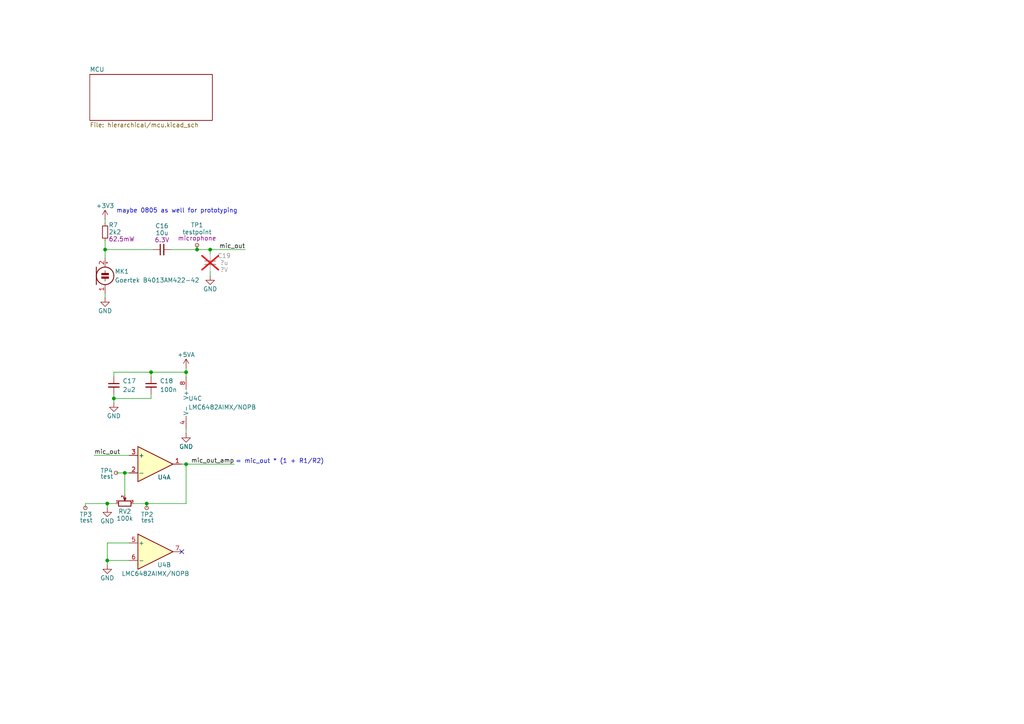
<source format=kicad_sch>
(kicad_sch (version 20231120) (generator "eeschema") (generator_version "8.0")
  (paper "A4")
  (title_block (title "Piezo Based Nerf Target Tile") (date "2024-04-06") (rev "1.0") (comment 8 "Piezo Based Nerf Target Tile") (comment 9 "Tim Goll"))
  (lib_symbols
    (symbol "Amplifier_Operational:LMC6482" (pin_names (offset 0.127))
      (property "Reference" "U" (at 0 5.08 0))
      (property "Value" "LMC6482" (at 0 -5.08 0))
      (symbol "LMC6482_1_1"
        (polyline (pts (xy -5.08 5.08) (xy 5.08 0) (xy -5.08 -5.08) (xy -5.08 5.08)) (stroke (width 0.254)) (fill (type background)))
        (pin output line (at 7.62 0 180) (length 2.54) (name "~") (number "1"))
        (pin input line (at -7.62 -2.54 0) (length 2.54) (name "-") (number "2"))
        (pin input line (at -7.62 2.54 0) (length 2.54) (name "+") (number "3"))
      )
      (symbol "LMC6482_2_1"
        (polyline (pts (xy -5.08 5.08) (xy 5.08 0) (xy -5.08 -5.08) (xy -5.08 5.08)) (stroke (width 0.254)) (fill (type background)))
        (pin input line (at -7.62 2.54 0) (length 2.54) (name "+") (number "5"))
        (pin input line (at -7.62 -2.54 0) (length 2.54) (name "-") (number "6"))
        (pin output line (at 7.62 0 180) (length 2.54) (name "~") (number "7"))
      )
      (symbol "LMC6482_3_1"
        (pin power_in line (at -2.54 -7.62 90) (length 3.81) (name "V-") (number "4"))
        (pin power_in line (at -2.54 7.62 270) (length 3.81) (name "V+") (number "8"))
      )
    )
    (symbol "Connector:TestPoint_Small" (pin_numbers hide) (pin_names (offset 0.762) hide)
      (property "Reference" "TP" (at 0 3.81 0))
      (property "Value" "TestPoint_Small" (at 0 2.032 0))
      (symbol "TestPoint_Small_0_1"
        (circle (center 0 0) (radius 0.508))
      )
      (symbol "TestPoint_Small_1_1"
        (pin passive line (at 0 0 90) (length 0) (name "1") (number "1"))
      )
    )
    (symbol "Device:C_Small" (pin_numbers hide) (pin_names (offset 0.254) hide)
      (property "Reference" "C" (at 0.254 1.778 0))
      (property "Value" "C_Small" (at 0.254 -2.032 0))
      (symbol "C_Small_0_1"
        (polyline (pts (xy -1.524 -0.508) (xy 1.524 -0.508)) (stroke (width 0.3302)))
        (polyline (pts (xy -1.524 0.508) (xy 1.524 0.508)) (stroke (width 0.3048)))
      )
      (symbol "C_Small_1_1"
        (pin passive line (at 0 2.54 270) (length 2.032) (name "~") (number "1"))
        (pin passive line (at 0 -2.54 90) (length 2.032) (name "~") (number "2"))
      )
    )
    (symbol "Device:Microphone_Condenser" (pin_names (offset 0.0254) hide)
      (property "Reference" "MK" (at -3.302 1.27 0))
      (property "Value" "Microphone_Condenser" (at -3.302 -0.635 0))
      (symbol "Microphone_Condenser_0_1"
        (polyline (pts (xy -2.54 2.54) (xy -2.54 -2.54)) (stroke (width 0.254)))
        (polyline (pts (xy 0 -0.762) (xy 0 -1.524)))
        (polyline (pts (xy 0 0.762) (xy 0 1.524)))
        (polyline (pts (xy 0.254 3.81) (xy 0.762 3.81)))
        (polyline (pts (xy 0.508 4.064) (xy 0.508 3.556)))
        (circle (center 0 0) (radius 2.54) (stroke (width 0.254)))
        (rectangle (start 1.016 -0.254) (end -1.016 -0.762) (fill (type outline)))
        (rectangle (start 1.016 0.762) (end -1.016 0.254) (fill (type outline)))
      )
      (symbol "Microphone_Condenser_1_1"
        (pin passive line (at 0 -5.08 90) (length 2.54) (name "-") (number "1"))
        (pin passive line (at 0 5.08 270) (length 2.54) (name "+") (number "2"))
      )
    )
    (symbol "Device:R_Potentiometer_Small" (pin_names (offset 1.016) hide)
      (property "Reference" "RV" (at -4.445 0 90))
      (property "Value" "R_Potentiometer_Small" (at -2.54 0 90))
      (symbol "R_Potentiometer_Small_0_1"
        (polyline (pts (xy 0.889 0) (xy 0.635 0) (xy 1.651 0.381) (xy 1.651 -0.381) (xy 0.635 0) (xy 0.889 0)) (fill (type outline)))
        (rectangle (start 0.762 1.8034) (end -0.762 -1.8034) (stroke (width 0.254)))
      )
      (symbol "R_Potentiometer_Small_1_1"
        (pin passive line (at 0 2.54 270) (length 0.635) (name "1") (number "1"))
        (pin passive line (at 2.54 0 180) (length 0.9906) (name "2") (number "2"))
        (pin passive line (at 0 -2.54 90) (length 0.635) (name "3") (number "3"))
      )
    )
    (symbol "Device:R_Small" (pin_numbers hide) (pin_names (offset 0.254) hide)
      (property "Reference" "R" (at 0.762 0.508 0))
      (property "Value" "R_Small" (at 0.762 -1.016 0))
      (symbol "R_Small_0_1"
        (rectangle (start -0.762 1.778) (end 0.762 -1.778) (stroke (width 0.2032)))
      )
      (symbol "R_Small_1_1"
        (pin passive line (at 0 2.54 270) (length 0.762) (name "~") (number "1"))
        (pin passive line (at 0 -2.54 90) (length 0.762) (name "~") (number "2"))
      )
    )
    (symbol "power:+3V3" (power) (pin_numbers hide) (pin_names (offset 0) hide)
      (property "Value" "+3V3" (at 0 3.556 0))
      (symbol "+3V3_0_1"
        (polyline (pts (xy -0.762 1.27) (xy 0 2.54)))
        (polyline (pts (xy 0 0) (xy 0 2.54)))
        (polyline (pts (xy 0 2.54) (xy 0.762 1.27)))
      )
      (symbol "+3V3_1_1"
        (pin power_in line (at 0 0 90) (length 0) (name "~") (number "1"))
      )
    )
    (symbol "power:+5VA" (power) (pin_names (offset 0))
      (property "Value" "+5VA" (at 0 3.556 0))
      (symbol "+5VA_0_1"
        (polyline (pts (xy -0.762 1.27) (xy 0 2.54)))
        (polyline (pts (xy 0 0) (xy 0 2.54)))
        (polyline (pts (xy 0 2.54) (xy 0.762 1.27)))
      )
      (symbol "+5VA_1_1"
        (pin power_in line (at 0 0 90) (length 0) hide (name "+5VA") (number "1"))
      )
    )
    (symbol "power:GND" (power) (pin_numbers hide) (pin_names (offset 0) hide)
      (property "Value" "GND" (at 0 -3.81 0))
      (symbol "GND_0_1"
        (polyline (pts (xy 0 0) (xy 0 -1.27) (xy 1.27 -1.27) (xy 0 -2.54) (xy -1.27 -1.27) (xy 0 -1.27)))
      )
      (symbol "GND_1_1"
        (pin power_in line (at 0 0 270) (length 0) (name "~") (number "1"))
      )
    )
  )
  (junction (at 53.975 107.95))
  (junction (at 60.96 72.39))
  (junction (at 42.545 146.05))
  (junction (at 43.815 107.95))
  (junction (at 31.115 162.56))
  (junction (at 57.15 72.39))
  (junction (at 33.02 115.57))
  (junction (at 30.48 72.39))
  (junction (at 36.195 137.16))
  (junction (at 31.115 146.05))
  (junction (at 53.975 134.62))
  (no_connect (at 52.705 160.02))
  (wire (pts (xy 53.975 124.46) (xy 53.975 125.73)))
  (wire (pts (xy 31.115 162.56) (xy 31.115 163.83)))
  (wire (pts (xy 43.815 114.3) (xy 43.815 115.57)))
  (wire (pts (xy 60.96 72.39) (xy 60.96 73.66)))
  (wire (pts (xy 24.765 146.05) (xy 31.115 146.05)))
  (wire (pts (xy 42.545 146.05) (xy 42.545 147.32)))
  (wire (pts (xy 60.96 78.74) (xy 60.96 80.01)))
  (wire (pts (xy 57.15 72.39) (xy 60.96 72.39)))
  (wire (pts (xy 37.465 137.16) (xy 36.195 137.16)))
  (wire (pts (xy 38.735 146.05) (xy 42.545 146.05)))
  (wire (pts (xy 43.815 107.95) (xy 53.975 107.95)))
  (wire (pts (xy 33.655 137.16) (xy 36.195 137.16)))
  (wire (pts (xy 53.975 146.05) (xy 53.975 134.62)))
  (wire (pts (xy 30.48 63.5) (xy 30.48 64.77)))
  (wire (pts (xy 30.48 69.85) (xy 30.48 72.39)))
  (wire (pts (xy 30.48 85.09) (xy 30.48 86.36)))
  (wire (pts (xy 49.53 72.39) (xy 57.15 72.39)))
  (wire (pts (xy 53.975 107.95) (xy 53.975 109.22)))
  (wire (pts (xy 53.975 134.62) (xy 67.945 134.62)))
  (wire (pts (xy 31.115 157.48) (xy 31.115 162.56)))
  (wire (pts (xy 30.48 72.39) (xy 30.48 74.93)))
  (wire (pts (xy 33.02 114.3) (xy 33.02 115.57)))
  (wire (pts (xy 31.115 147.32) (xy 31.115 146.05)))
  (wire (pts (xy 53.975 106.68) (xy 53.975 107.95)))
  (wire (pts (xy 52.705 134.62) (xy 53.975 134.62)))
  (wire (pts (xy 57.15 72.39) (xy 57.15 71.12)))
  (wire (pts (xy 33.02 109.22) (xy 33.02 107.95)))
  (wire (pts (xy 37.465 162.56) (xy 31.115 162.56)))
  (wire (pts (xy 42.545 146.05) (xy 53.975 146.05)))
  (wire (pts (xy 33.02 107.95) (xy 43.815 107.95)))
  (wire (pts (xy 31.115 146.05) (xy 33.655 146.05)))
  (wire (pts (xy 37.465 157.48) (xy 31.115 157.48)))
  (wire (pts (xy 33.02 115.57) (xy 33.02 116.84)))
  (wire (pts (xy 43.815 107.95) (xy 43.815 109.22)))
  (wire (pts (xy 36.195 137.16) (xy 36.195 143.51)))
  (wire (pts (xy 24.765 146.05) (xy 24.765 147.32)))
  (wire (pts (xy 33.02 115.57) (xy 43.815 115.57)))
  (wire (pts (xy 60.96 72.39) (xy 71.12 72.39)))
  (wire (pts (xy 44.45 72.39) (xy 30.48 72.39)))
  (wire (pts (xy 27.305 132.08) (xy 37.465 132.08)))
  (text "maybe 0805 as well for prototyping" (at 51.308 61.214 0) (effects (font (size 1.27 1.27))))
  (text "= mic_out * (1 + R1/R2)" (at 81.153 133.858 0) (effects (font (size 1.27 1.27))))
  (label "mic_out_amp" (at 67.945 134.62 180))
  (label "mic_out" (at 27.305 132.08 0))
  (label "mic_out" (at 71.12 72.39 180))
  (symbol (lib_id "Device:C_Small") (at 46.99 72.39 90) (unit 1)
    (property "Reference" "C16" (at 46.9837 65.532 90))
    (property "Value" "10u" (at 46.99 67.564 90))
    (property "Footprint" "Capacitor_SMD:C_0402_1005Metric" (effects (hide yes)))
    (property "Description" "Unpolarized capacitor, small symbol" (effects (hide yes)))
    (property "Voltage" "6.3V" (at 46.99 69.596 90))
    (property "LCSC Part #" "C15525" (effects (hide yes)))
    (property "extended" "no" (effects (hide yes)))
  )
  (symbol (lib_id "Device:C_Small") (at 33.02 111.76 0) (unit 1)
    (property "Reference" "C17" (at 35.56 110.49 0) (effects (justify left)))
    (property "Value" "2u2" (at 35.56 113.03 0) (effects (justify left)))
    (property "Footprint" "Capacitor_SMD:C_0603_1608Metric" (effects (hide yes)))
    (property "JLC Part #" "C28323" (effects (hide yes)))
    (property "LCSC Part #" "C23630" (effects (hide yes)))
    (property "extended" "no" (effects (hide yes)))
  )
  (symbol (lib_id "power:GND") (at 31.115 147.32 0) (unit 1)
    (property "Reference" "#PWR037" (effects (hide yes)))
    (property "Value" "GND" (at 31.115 151.13 0))
  )
  (symbol (lib_id "power:GND") (at 30.48 86.36 0) (unit 1)
    (property "Reference" "#PWR030" (effects (hide yes)))
    (property "Value" "GND" (at 30.48 90.17 0))
    (property "Description" "Power symbol creates a global label with name \"GND\" , ground" (effects (hide yes)))
  )
  (symbol (lib_id "power:+5VA") (at 53.975 106.68 0) (unit 1)
    (property "Reference" "#PWR032" (effects (hide yes)))
    (property "Value" "+5VA" (at 53.975 102.87 0))
  )
  (symbol (lib_id "Amplifier_Operational:LMC6482") (at 45.085 134.62 0) (unit 1)
    (property "Reference" "U4" (at 47.625 138.43 0))
    (property "Value" "LMC6482AIMX/NOPB" (effects (hide yes)))
    (property "Footprint" "Package_SO:SOIC-8_3.9x4.9mm_P1.27mm" (effects (hide yes)))
    (property "Datasheet" "http://www.ti.com/lit/ds/symlink/lmc6482.pdf" (effects (hide yes)))
    (property "LCSC Part #" "C12620" (effects (hide yes)))
    (property "extended" "yes" (effects (hide yes)))
  )
  (symbol (lib_id "power:GND") (at 33.02 116.84 0) (unit 1)
    (property "Reference" "#PWR033" (effects (hide yes)))
    (property "Value" "GND" (at 33.02 120.65 0))
  )
  (symbol (lib_id "Device:R_Potentiometer_Small") (at 36.195 146.05 90) (unit 1)
    (property "Reference" "RV2" (at 36.195 148.336 90))
    (property "Value" "100k" (at 36.195 150.368 90))
    (property "Footprint" "Potentiometer_THT:Potentiometer_Bourns_3296Y_Vertical" (effects (hide yes)))
    (property "LCSC Part #" "C780118" (effects (hide yes)))
    (property "extended" "yes" (effects (hide yes)))
  )
  (symbol (lib_id "Device:C_Small") (at 43.815 111.76 0) (unit 1)
    (property "Reference" "C18" (at 46.355 110.49 0) (effects (justify left)))
    (property "Value" "100n" (at 46.355 113.03 0) (effects (justify left)))
    (property "Footprint" "Capacitor_SMD:C_0402_1005Metric" (effects (hide yes)))
    (property "LCSC Part #" "C1525" (effects (hide yes)))
    (property "extended" "no" (effects (hide yes)))
  )
  (symbol (lib_id "power:GND") (at 60.96 80.01 0) (unit 1)
    (property "Reference" "#PWR036" (effects (hide yes)))
    (property "Value" "GND" (at 60.96 83.82 0))
    (property "Description" "Power symbol creates a global label with name \"GND\" , ground" (effects (hide yes)))
  )
  (symbol (lib_id "Connector:TestPoint_Small") (at 42.545 147.32 270) (unit 1) (in_bom no)
    (property "Reference" "TP2" (at 42.672 149.225 90))
    (property "Value" "test" (at 42.799 150.876 90))
    (property "Footprint" "TestPoint:TestPoint_Pad_D1.5mm" (effects (hide yes)))
  )
  (symbol (lib_id "Connector:TestPoint_Small") (at 24.765 147.32 270) (unit 1) (in_bom no)
    (property "Reference" "TP3" (at 24.892 149.225 90))
    (property "Value" "test" (at 25.019 150.876 90))
    (property "Footprint" "TestPoint:TestPoint_Pad_D1.5mm" (effects (hide yes)))
  )
  (symbol (lib_id "Amplifier_Operational:LMC6482") (at 56.515 116.84 0) (unit 3)
    (property "Reference" "U4" (at 54.61 115.5699 0) (effects (justify left)))
    (property "Value" "LMC6482AIMX/NOPB" (at 54.61 118.1099 0) (effects (justify left)))
    (property "Footprint" "Package_SO:SOIC-8_3.9x4.9mm_P1.27mm" (effects (hide yes)))
    (property "Datasheet" "http://www.ti.com/lit/ds/symlink/lmc6482.pdf" (effects (hide yes)))
    (property "LCSC Part #" "C12620" (effects (hide yes)))
    (property "extended" "yes" (effects (hide yes)))
  )
  (symbol (lib_id "power:+3V3") (at 30.48 63.5 0) (unit 1)
    (property "Reference" "#PWR031" (effects (hide yes)))
    (property "Value" "+3V3" (at 30.48 59.69 0))
    (property "Description" "Power symbol creates a global label with name \"+3V3\"" (effects (hide yes)))
  )
  (symbol (lib_id "Connector:TestPoint_Small") (at 57.15 71.12 90) (unit 1)
    (property "Reference" "TP1" (at 57.15 65.278 90))
    (property "Value" "testpoint" (at 57.15 67.31 90))
    (property "Footprint" "#TimGollLib:tie-hook" (effects (hide yes)))
    (property "Testpoint" "microphone" (at 57.15 69.088 90))
    (property "LCSC Part #" "C5199800" (effects (hide yes)))
    (property "extended" "yes" (effects (hide yes)))
  )
  (symbol (lib_id "Device:R_Small") (at 30.48 67.31 0) (unit 1)
    (property "Reference" "R7" (at 31.496 65.278 0) (effects (justify left)))
    (property "Value" "2k2" (at 31.496 67.31 0) (effects (justify left)))
    (property "Footprint" "Resistor_SMD:R_0402_1005Metric" (effects (hide yes)))
    (property "Description" "Resistor, small symbol" (effects (hide yes)))
    (property "Power" "62.5mW" (at 31.496 69.342 0) (effects (justify left)))
    (property "LCSC Part #" "C25879" (effects (hide yes)))
    (property "extended" "no" (effects (hide yes)))
  )
  (symbol (lib_id "Amplifier_Operational:LMC6482") (at 45.085 160.02 0) (unit 2)
    (property "Reference" "U4" (at 47.625 163.83 0))
    (property "Value" "LMC6482AIMX/NOPB" (at 45.085 166.37 0))
    (property "Footprint" "Package_SO:SOIC-8_3.9x4.9mm_P1.27mm" (effects (hide yes)))
    (property "Datasheet" "http://www.ti.com/lit/ds/symlink/lmc6482.pdf" (effects (hide yes)))
    (property "LCSC Part #" "C12620" (effects (hide yes)))
    (property "extended" "yes" (effects (hide yes)))
  )
  (symbol (lib_id "Connector:TestPoint_Small") (at 33.655 137.16 180) (unit 1) (in_bom no)
    (property "Reference" "TP4" (at 32.766 136.525 0) (effects (justify left)))
    (property "Value" "test" (at 32.893 138.176 0) (effects (justify left)))
    (property "Footprint" "TestPoint:TestPoint_Pad_D1.5mm" (effects (hide yes)))
  )
  (symbol (lib_id "power:GND") (at 31.115 163.83 0) (unit 1)
    (property "Reference" "#PWR035" (effects (hide yes)))
    (property "Value" "GND" (at 31.115 167.64 0))
  )
  (symbol (lib_id "power:GND") (at 53.975 125.73 0) (unit 1)
    (property "Reference" "#PWR034" (effects (hide yes)))
    (property "Value" "GND" (at 53.975 129.54 0))
  )
  (symbol (lib_id "Device:C_Small") (at 60.96 76.2 0) (unit 1) (in_bom no) (dnp yes)
    (property "Reference" "C19" (at 65.0177 74.168 0))
    (property "Value" "?u" (at 65.024 76.2 0))
    (property "Footprint" "Capacitor_SMD:C_0805_2012Metric" (effects (hide yes)))
    (property "Description" "Unpolarized capacitor, small symbol" (effects (hide yes)))
    (property "Voltage" "?V" (at 65.024 78.232 0))
    (property "LCSC Part #" "C15525" (effects (hide yes)))
    (property "extended" "no" (effects (hide yes)))
  )
  (symbol (lib_id "Device:Microphone_Condenser") (at 30.48 80.01 0) (unit 1)
    (property "Reference" "MK1" (at 33.274 78.74 0) (effects (justify left)))
    (property "Value" "Goertek B4013AM422-42" (at 33.274 81.28 0) (effects (justify left)))
    (property "Description" "Condenser microphone" (effects (hide yes)))
    (property "LCSC Part #" "C233793" (effects (hide yes)))
    (property "extended" "yes" (effects (hide yes)))
  )
  (sheet (at 26.035 21.59) (size 35.56 13.335) (stroke (width 0.1524))
    (property "Sheetname" "MCU" (at 26.035 20.8784 0) (effects (justify left bottom)))
    (property "Sheetfile" "hierarchical/mcu.kicad_sch" (at 26.035 35.5096 0) (effects (justify left top)))
  )
)
</source>
